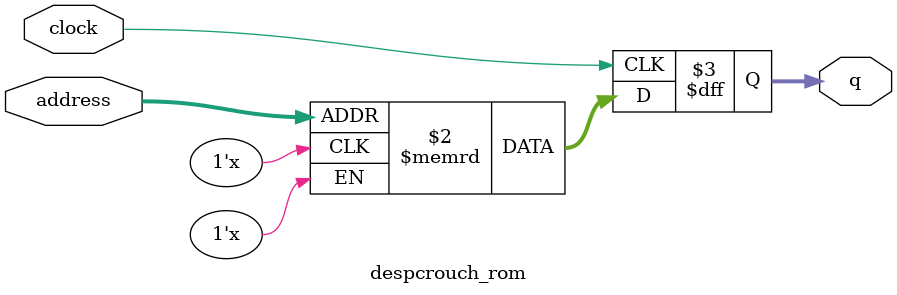
<source format=sv>
module despcrouch_rom (
	input logic clock,
	input logic [11:0] address,
	output logic [3:0] q
);

logic [3:0] memory [0:4095] /* synthesis ram_init_file = "./despcrouch/despcrouch.mif" */;

always_ff @ (posedge clock) begin
	q <= memory[address];
end

endmodule

</source>
